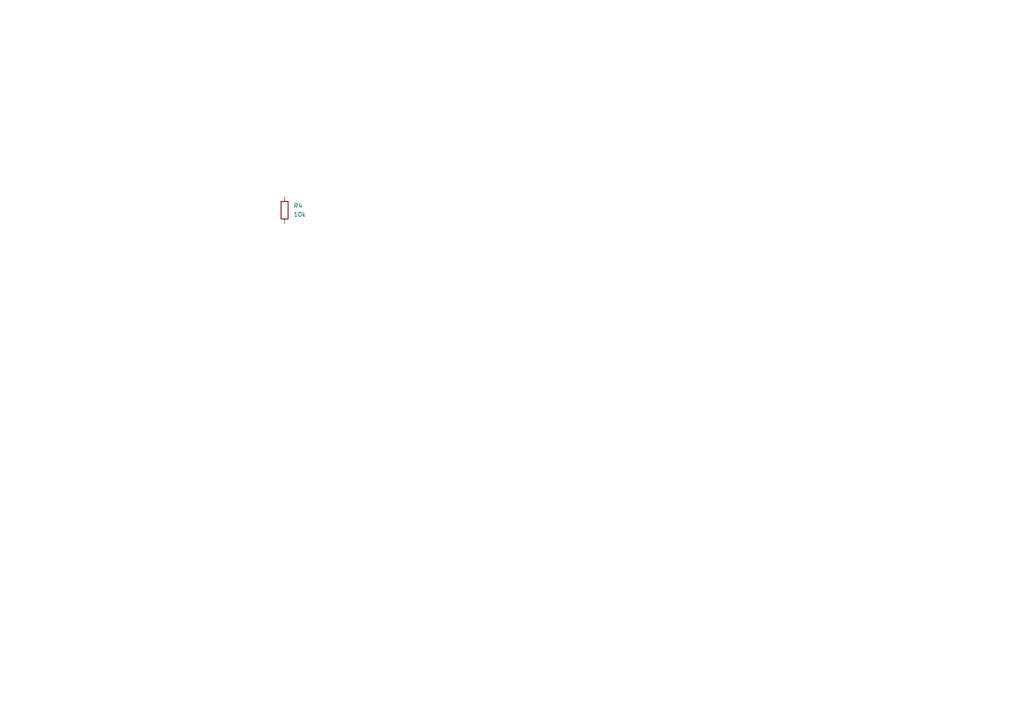
<source format=kicad_sch>
(kicad_sch (version 20231120) (generator "eeschema") (generator_version "8.0")
  (paper "A4")
  (lib_symbols
    (symbol "Device:R" (pin_numbers hide) (pin_names (offset 0))
      (property "Reference" "R" (at 2.032 0 90))
      (property "Value" "R" (at 0 0 90))
      (symbol "R_0_1"
        (rectangle (start -1.016 -2.54) (end 1.016 2.54) (stroke (width 0.254)))
      )
      (symbol "R_1_1"
        (pin passive line (at 0 3.81 270) (length 1.27) (name "~") (number "1"))
        (pin passive line (at 0 -3.81 90) (length 1.27) (name "~") (number "2"))
      )
    )
  )
  (symbol (lib_id "Device:R") (at 82.55 60.96 0) (unit 1)
    (property "Reference" "R4" (at 85.09 59.6899 0) (effects (justify left)))
    (property "Value" "10k" (at 85.09 62.2299 0) (effects (justify left)))
    (property "Footprint" "Resistor_SMD:R_0603_1608Metric" (effects (hide yes)))
    (property "Description" "Resistor" (effects (hide yes)))
    (property "MFG" "0603WAF1002T5E" (effects (hide yes)))
  )
)
</source>
